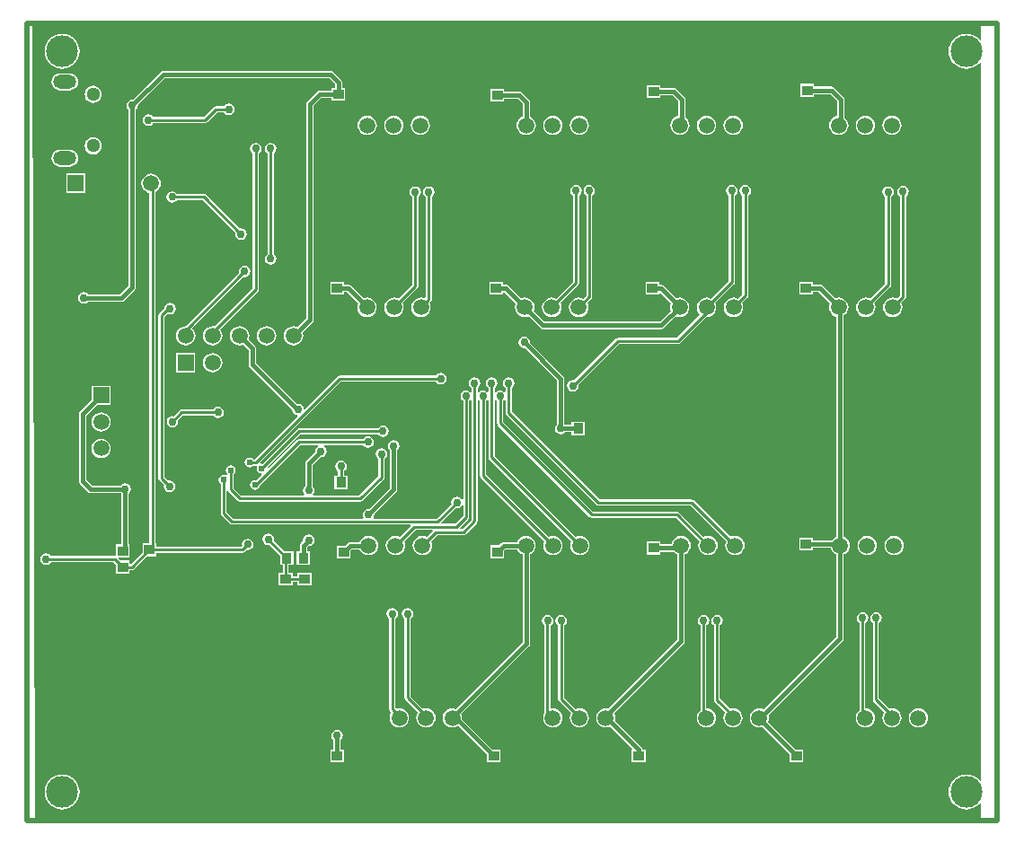
<source format=gbl>
G04*
G04 #@! TF.GenerationSoftware,Altium Limited,Altium Designer,18.1.9 (240)*
G04*
G04 Layer_Physical_Order=2*
G04 Layer_Color=16711680*
%FSLAX24Y24*%
%MOIN*%
G70*
G01*
G75*
%ADD13C,0.0100*%
%ADD20C,0.0200*%
%ADD22R,0.0386X0.0366*%
%ADD24R,0.0366X0.0386*%
%ADD61C,0.0150*%
%ADD62C,0.0591*%
%ADD63R,0.0591X0.0591*%
%ADD64R,0.0591X0.0591*%
%ADD65C,0.1181*%
%ADD66C,0.0512*%
%ADD67O,0.0866X0.0512*%
%ADD68C,0.0300*%
%ADD69C,0.0240*%
G36*
X35400Y28984D02*
X35350Y28966D01*
X35312Y29012D01*
X35213Y29094D01*
X35100Y29154D01*
X34978Y29191D01*
X34850Y29204D01*
X34722Y29191D01*
X34600Y29154D01*
X34487Y29094D01*
X34388Y29012D01*
X34306Y28913D01*
X34246Y28800D01*
X34209Y28678D01*
X34196Y28550D01*
X34209Y28422D01*
X34246Y28300D01*
X34306Y28187D01*
X34388Y28088D01*
X34487Y28006D01*
X34600Y27946D01*
X34722Y27909D01*
X34850Y27896D01*
X34978Y27909D01*
X35100Y27946D01*
X35213Y28006D01*
X35312Y28088D01*
X35350Y28134D01*
X35400Y28116D01*
Y1484D01*
X35350Y1466D01*
X35312Y1512D01*
X35213Y1594D01*
X35100Y1654D01*
X34978Y1691D01*
X34850Y1704D01*
X34722Y1691D01*
X34600Y1654D01*
X34487Y1594D01*
X34388Y1512D01*
X34306Y1413D01*
X34246Y1300D01*
X34209Y1178D01*
X34196Y1050D01*
X34209Y922D01*
X34246Y800D01*
X34306Y687D01*
X34388Y588D01*
X34487Y506D01*
X34600Y446D01*
X34722Y409D01*
X34850Y396D01*
X34978Y409D01*
X35100Y446D01*
X35213Y506D01*
X35312Y588D01*
X35350Y634D01*
X35400Y616D01*
Y50D01*
X298D01*
X202Y29565D01*
X238Y29600D01*
X35400D01*
Y28984D01*
D02*
G37*
%LPC*%
G36*
X1300Y29204D02*
X1172Y29191D01*
X1050Y29154D01*
X937Y29094D01*
X838Y29012D01*
X756Y28913D01*
X696Y28800D01*
X659Y28678D01*
X646Y28550D01*
X659Y28422D01*
X696Y28300D01*
X756Y28187D01*
X838Y28088D01*
X937Y28006D01*
X1050Y27946D01*
X1172Y27909D01*
X1300Y27896D01*
X1428Y27909D01*
X1550Y27946D01*
X1663Y28006D01*
X1762Y28088D01*
X1844Y28187D01*
X1904Y28300D01*
X1941Y28422D01*
X1954Y28550D01*
X1941Y28678D01*
X1904Y28800D01*
X1844Y28913D01*
X1762Y29012D01*
X1663Y29094D01*
X1550Y29154D01*
X1428Y29191D01*
X1300Y29204D01*
D02*
G37*
G36*
X1578Y27736D02*
X1224D01*
X1141Y27725D01*
X1065Y27693D01*
X999Y27643D01*
X948Y27577D01*
X916Y27500D01*
X905Y27417D01*
X916Y27335D01*
X948Y27258D01*
X999Y27192D01*
X1065Y27141D01*
X1141Y27110D01*
X1224Y27099D01*
X1578D01*
X1661Y27110D01*
X1738Y27141D01*
X1804Y27192D01*
X1854Y27258D01*
X1886Y27335D01*
X1897Y27417D01*
X1886Y27500D01*
X1854Y27577D01*
X1804Y27643D01*
X1738Y27693D01*
X1661Y27725D01*
X1578Y27736D01*
D02*
G37*
G36*
X5050Y27838D02*
X4997Y27827D01*
X4953Y27797D01*
X4953Y27797D01*
X3916Y26761D01*
X3900Y26764D01*
X3818Y26748D01*
X3749Y26701D01*
X3702Y26632D01*
X3686Y26550D01*
X3702Y26468D01*
X3749Y26399D01*
X3762Y26389D01*
Y19857D01*
X3437Y19531D01*
X2264D01*
X2255Y19545D01*
X2185Y19592D01*
X2103Y19608D01*
X2021Y19592D01*
X1952Y19545D01*
X1905Y19476D01*
X1889Y19394D01*
X1905Y19312D01*
X1952Y19242D01*
X2021Y19196D01*
X2103Y19180D01*
X2185Y19196D01*
X2255Y19242D01*
X2264Y19256D01*
X3494D01*
X3546Y19267D01*
X3591Y19296D01*
X3997Y19703D01*
X4027Y19747D01*
X4038Y19800D01*
Y26389D01*
X4051Y26399D01*
X4098Y26468D01*
X4114Y26550D01*
X4111Y26566D01*
X5107Y27562D01*
X11193D01*
X11412Y27343D01*
Y27195D01*
X11297D01*
Y27090D01*
X10852D01*
X10852Y27090D01*
X10799Y27079D01*
X10755Y27049D01*
X10390Y26684D01*
X10360Y26640D01*
X10349Y26587D01*
Y18647D01*
X10021Y18319D01*
X9980Y18337D01*
X9887Y18349D01*
X9794Y18337D01*
X9708Y18301D01*
X9634Y18244D01*
X9577Y18170D01*
X9541Y18083D01*
X9529Y17991D01*
X9541Y17898D01*
X9577Y17811D01*
X9634Y17737D01*
X9708Y17680D01*
X9794Y17644D01*
X9887Y17632D01*
X9980Y17644D01*
X10066Y17680D01*
X10141Y17737D01*
X10197Y17811D01*
X10233Y17898D01*
X10245Y17991D01*
X10233Y18083D01*
X10216Y18125D01*
X10584Y18493D01*
X10614Y18538D01*
X10625Y18590D01*
Y26530D01*
X10909Y26814D01*
X11297D01*
Y26709D01*
X11803D01*
Y27195D01*
X11688D01*
Y27400D01*
X11677Y27453D01*
X11647Y27497D01*
X11647Y27497D01*
X11347Y27797D01*
X11303Y27827D01*
X11250Y27838D01*
X5050D01*
X5050Y27838D01*
D02*
G37*
G36*
X2452Y27273D02*
X2370Y27263D01*
X2293Y27231D01*
X2227Y27180D01*
X2176Y27114D01*
X2145Y27037D01*
X2134Y26955D01*
X2145Y26872D01*
X2176Y26795D01*
X2227Y26729D01*
X2293Y26679D01*
X2370Y26647D01*
X2452Y26636D01*
X2535Y26647D01*
X2612Y26679D01*
X2678Y26729D01*
X2728Y26795D01*
X2760Y26872D01*
X2771Y26955D01*
X2760Y27037D01*
X2728Y27114D01*
X2678Y27180D01*
X2612Y27231D01*
X2535Y27263D01*
X2452Y27273D01*
D02*
G37*
G36*
X7488Y26614D02*
X7406Y26598D01*
X7336Y26551D01*
X7310Y26512D01*
X7000D01*
X7000Y26512D01*
X6957Y26504D01*
X6921Y26479D01*
X6921Y26479D01*
X6554Y26112D01*
X4678D01*
X4651Y26151D01*
X4582Y26198D01*
X4500Y26214D01*
X4418Y26198D01*
X4349Y26151D01*
X4302Y26082D01*
X4286Y26000D01*
X4302Y25918D01*
X4349Y25849D01*
X4418Y25802D01*
X4500Y25786D01*
X4582Y25802D01*
X4651Y25849D01*
X4678Y25888D01*
X6600D01*
X6600Y25888D01*
X6643Y25896D01*
X6679Y25921D01*
X7046Y26288D01*
X7310D01*
X7336Y26249D01*
X7406Y26202D01*
X7488Y26186D01*
X7570Y26202D01*
X7639Y26249D01*
X7686Y26318D01*
X7702Y26400D01*
X7686Y26482D01*
X7639Y26551D01*
X7570Y26598D01*
X7488Y26614D01*
D02*
G37*
G36*
X32092Y26157D02*
X31999Y26145D01*
X31913Y26109D01*
X31839Y26052D01*
X31782Y25978D01*
X31746Y25892D01*
X31734Y25799D01*
X31746Y25706D01*
X31782Y25620D01*
X31839Y25545D01*
X31913Y25488D01*
X31999Y25453D01*
X32092Y25440D01*
X32185Y25453D01*
X32271Y25488D01*
X32346Y25545D01*
X32402Y25620D01*
X32438Y25706D01*
X32450Y25799D01*
X32438Y25892D01*
X32402Y25978D01*
X32346Y26052D01*
X32271Y26109D01*
X32185Y26145D01*
X32092Y26157D01*
D02*
G37*
G36*
X31108D02*
X31015Y26145D01*
X30929Y26109D01*
X30854Y26052D01*
X30798Y25978D01*
X30762Y25892D01*
X30750Y25799D01*
X30762Y25706D01*
X30798Y25620D01*
X30854Y25545D01*
X30929Y25488D01*
X31015Y25453D01*
X31108Y25440D01*
X31201Y25453D01*
X31287Y25488D01*
X31361Y25545D01*
X31418Y25620D01*
X31454Y25706D01*
X31466Y25799D01*
X31454Y25892D01*
X31418Y25978D01*
X31361Y26052D01*
X31287Y26109D01*
X31201Y26145D01*
X31108Y26157D01*
D02*
G37*
G36*
X29203Y27345D02*
X28697D01*
Y26859D01*
X29203D01*
Y26964D01*
X29793D01*
X30051Y26706D01*
Y26148D01*
X30031Y26145D01*
X29944Y26109D01*
X29870Y26052D01*
X29813Y25978D01*
X29777Y25892D01*
X29765Y25799D01*
X29777Y25706D01*
X29813Y25620D01*
X29870Y25545D01*
X29944Y25488D01*
X30031Y25453D01*
X30124Y25440D01*
X30216Y25453D01*
X30303Y25488D01*
X30377Y25545D01*
X30434Y25620D01*
X30470Y25706D01*
X30482Y25799D01*
X30470Y25892D01*
X30434Y25978D01*
X30377Y26052D01*
X30327Y26091D01*
Y26763D01*
X30316Y26816D01*
X30286Y26860D01*
X29947Y27199D01*
X29903Y27229D01*
X29850Y27240D01*
X29203D01*
Y27345D01*
D02*
G37*
G36*
X26200Y26157D02*
X26107Y26145D01*
X26021Y26109D01*
X25947Y26052D01*
X25890Y25978D01*
X25854Y25892D01*
X25842Y25799D01*
X25854Y25706D01*
X25890Y25620D01*
X25947Y25545D01*
X26021Y25488D01*
X26107Y25453D01*
X26200Y25440D01*
X26293Y25453D01*
X26379Y25488D01*
X26453Y25545D01*
X26510Y25620D01*
X26546Y25706D01*
X26558Y25799D01*
X26546Y25892D01*
X26510Y25978D01*
X26453Y26052D01*
X26379Y26109D01*
X26293Y26145D01*
X26200Y26157D01*
D02*
G37*
G36*
X25216D02*
X25123Y26145D01*
X25037Y26109D01*
X24962Y26052D01*
X24905Y25978D01*
X24870Y25892D01*
X24857Y25799D01*
X24870Y25706D01*
X24905Y25620D01*
X24962Y25545D01*
X25037Y25488D01*
X25123Y25453D01*
X25216Y25440D01*
X25308Y25453D01*
X25395Y25488D01*
X25469Y25545D01*
X25526Y25620D01*
X25562Y25706D01*
X25574Y25799D01*
X25562Y25892D01*
X25526Y25978D01*
X25469Y26052D01*
X25395Y26109D01*
X25308Y26145D01*
X25216Y26157D01*
D02*
G37*
G36*
X23503Y27298D02*
X22997D01*
Y26812D01*
X23503D01*
Y26917D01*
X23943D01*
X24147Y26713D01*
Y26146D01*
X24139Y26145D01*
X24052Y26109D01*
X23978Y26052D01*
X23921Y25978D01*
X23885Y25892D01*
X23873Y25799D01*
X23885Y25706D01*
X23921Y25620D01*
X23978Y25545D01*
X24052Y25488D01*
X24139Y25453D01*
X24232Y25440D01*
X24324Y25453D01*
X24411Y25488D01*
X24485Y25545D01*
X24542Y25620D01*
X24578Y25706D01*
X24590Y25799D01*
X24578Y25892D01*
X24542Y25978D01*
X24485Y26052D01*
X24423Y26100D01*
Y26770D01*
X24423Y26770D01*
X24412Y26823D01*
X24382Y26867D01*
X24097Y27152D01*
X24053Y27182D01*
X24000Y27193D01*
X23503D01*
Y27298D01*
D02*
G37*
G36*
X20492Y26157D02*
X20399Y26145D01*
X20313Y26109D01*
X20239Y26052D01*
X20182Y25978D01*
X20146Y25892D01*
X20134Y25799D01*
X20146Y25706D01*
X20182Y25620D01*
X20239Y25545D01*
X20313Y25488D01*
X20399Y25453D01*
X20492Y25440D01*
X20585Y25453D01*
X20671Y25488D01*
X20746Y25545D01*
X20802Y25620D01*
X20838Y25706D01*
X20850Y25799D01*
X20838Y25892D01*
X20802Y25978D01*
X20746Y26052D01*
X20671Y26109D01*
X20585Y26145D01*
X20492Y26157D01*
D02*
G37*
G36*
X19508D02*
X19415Y26145D01*
X19329Y26109D01*
X19254Y26052D01*
X19198Y25978D01*
X19162Y25892D01*
X19150Y25799D01*
X19162Y25706D01*
X19198Y25620D01*
X19254Y25545D01*
X19329Y25488D01*
X19415Y25453D01*
X19508Y25440D01*
X19601Y25453D01*
X19687Y25488D01*
X19761Y25545D01*
X19818Y25620D01*
X19854Y25706D01*
X19866Y25799D01*
X19854Y25892D01*
X19818Y25978D01*
X19761Y26052D01*
X19687Y26109D01*
X19601Y26145D01*
X19508Y26157D01*
D02*
G37*
G36*
X17703Y27171D02*
X17197D01*
Y26684D01*
X17703D01*
Y26790D01*
X18215D01*
X18398Y26607D01*
Y26131D01*
X18344Y26109D01*
X18270Y26052D01*
X18213Y25978D01*
X18177Y25892D01*
X18165Y25799D01*
X18177Y25706D01*
X18213Y25620D01*
X18270Y25545D01*
X18344Y25488D01*
X18431Y25453D01*
X18524Y25440D01*
X18616Y25453D01*
X18703Y25488D01*
X18777Y25545D01*
X18834Y25620D01*
X18870Y25706D01*
X18882Y25799D01*
X18870Y25892D01*
X18834Y25978D01*
X18777Y26052D01*
X18703Y26109D01*
X18674Y26121D01*
Y26664D01*
X18663Y26717D01*
X18633Y26761D01*
X18633Y26761D01*
X18370Y27025D01*
X18325Y27055D01*
X18272Y27065D01*
X17703D01*
Y27171D01*
D02*
G37*
G36*
X14592Y26157D02*
X14499Y26145D01*
X14413Y26109D01*
X14339Y26052D01*
X14282Y25978D01*
X14246Y25892D01*
X14234Y25799D01*
X14246Y25706D01*
X14282Y25620D01*
X14339Y25545D01*
X14413Y25488D01*
X14499Y25453D01*
X14592Y25440D01*
X14685Y25453D01*
X14771Y25488D01*
X14846Y25545D01*
X14902Y25620D01*
X14938Y25706D01*
X14950Y25799D01*
X14938Y25892D01*
X14902Y25978D01*
X14846Y26052D01*
X14771Y26109D01*
X14685Y26145D01*
X14592Y26157D01*
D02*
G37*
G36*
X13608D02*
X13515Y26145D01*
X13429Y26109D01*
X13354Y26052D01*
X13298Y25978D01*
X13262Y25892D01*
X13250Y25799D01*
X13262Y25706D01*
X13298Y25620D01*
X13354Y25545D01*
X13429Y25488D01*
X13515Y25453D01*
X13608Y25440D01*
X13701Y25453D01*
X13787Y25488D01*
X13861Y25545D01*
X13918Y25620D01*
X13954Y25706D01*
X13966Y25799D01*
X13954Y25892D01*
X13918Y25978D01*
X13861Y26052D01*
X13787Y26109D01*
X13701Y26145D01*
X13608Y26157D01*
D02*
G37*
G36*
X12624D02*
X12531Y26145D01*
X12444Y26109D01*
X12370Y26052D01*
X12313Y25978D01*
X12277Y25892D01*
X12265Y25799D01*
X12277Y25706D01*
X12313Y25620D01*
X12370Y25545D01*
X12444Y25488D01*
X12531Y25453D01*
X12624Y25440D01*
X12716Y25453D01*
X12803Y25488D01*
X12877Y25545D01*
X12934Y25620D01*
X12970Y25706D01*
X12982Y25799D01*
X12970Y25892D01*
X12934Y25978D01*
X12877Y26052D01*
X12803Y26109D01*
X12716Y26145D01*
X12624Y26157D01*
D02*
G37*
G36*
X2452Y25364D02*
X2370Y25353D01*
X2293Y25321D01*
X2227Y25271D01*
X2176Y25205D01*
X2145Y25128D01*
X2134Y25045D01*
X2145Y24963D01*
X2176Y24886D01*
X2227Y24820D01*
X2293Y24769D01*
X2370Y24738D01*
X2452Y24727D01*
X2535Y24738D01*
X2612Y24769D01*
X2678Y24820D01*
X2728Y24886D01*
X2760Y24963D01*
X2771Y25045D01*
X2760Y25128D01*
X2728Y25205D01*
X2678Y25271D01*
X2612Y25321D01*
X2535Y25353D01*
X2452Y25364D01*
D02*
G37*
G36*
X1578Y24901D02*
X1224D01*
X1141Y24890D01*
X1065Y24859D01*
X999Y24808D01*
X948Y24742D01*
X916Y24665D01*
X905Y24583D01*
X916Y24500D01*
X948Y24423D01*
X999Y24357D01*
X1065Y24307D01*
X1141Y24275D01*
X1224Y24264D01*
X1578D01*
X1661Y24275D01*
X1738Y24307D01*
X1804Y24357D01*
X1854Y24423D01*
X1886Y24500D01*
X1897Y24583D01*
X1886Y24665D01*
X1854Y24742D01*
X1804Y24808D01*
X1738Y24859D01*
X1661Y24890D01*
X1578Y24901D01*
D02*
G37*
G36*
X2161Y24005D02*
X1450D01*
Y23295D01*
X2161D01*
Y24005D01*
D02*
G37*
G36*
X5387Y23355D02*
X5305Y23338D01*
X5236Y23292D01*
X5189Y23222D01*
X5173Y23141D01*
X5189Y23059D01*
X5236Y22989D01*
X5305Y22943D01*
X5387Y22926D01*
X5469Y22943D01*
X5539Y22989D01*
X5565Y23028D01*
X6520D01*
X7735Y21813D01*
X7726Y21767D01*
X7742Y21685D01*
X7789Y21615D01*
X7858Y21569D01*
X7940Y21553D01*
X8022Y21569D01*
X8092Y21615D01*
X8138Y21685D01*
X8154Y21767D01*
X8138Y21849D01*
X8092Y21918D01*
X8022Y21964D01*
X7940Y21981D01*
X7894Y21972D01*
X6646Y23220D01*
X6609Y23244D01*
X6566Y23253D01*
X6566Y23253D01*
X5565D01*
X5539Y23292D01*
X5469Y23338D01*
X5387Y23355D01*
D02*
G37*
G36*
X9037Y25155D02*
X8955Y25138D01*
X8886Y25092D01*
X8839Y25022D01*
X8823Y24941D01*
X8839Y24859D01*
X8886Y24789D01*
X8925Y24763D01*
Y21028D01*
X8886Y21001D01*
X8839Y20932D01*
X8823Y20850D01*
X8839Y20768D01*
X8886Y20699D01*
X8955Y20652D01*
X9037Y20636D01*
X9119Y20652D01*
X9189Y20699D01*
X9235Y20768D01*
X9251Y20850D01*
X9235Y20932D01*
X9189Y21001D01*
X9149Y21028D01*
Y24763D01*
X9189Y24789D01*
X9235Y24859D01*
X9251Y24941D01*
X9235Y25022D01*
X9189Y25092D01*
X9119Y25138D01*
X9037Y25155D01*
D02*
G37*
G36*
X8075Y20591D02*
X7993Y20574D01*
X7923Y20528D01*
X7877Y20459D01*
X7861Y20377D01*
X7870Y20330D01*
X5888Y18349D01*
X5887Y18349D01*
X5794Y18337D01*
X5708Y18301D01*
X5634Y18244D01*
X5577Y18170D01*
X5541Y18083D01*
X5529Y17991D01*
X5541Y17898D01*
X5577Y17811D01*
X5634Y17737D01*
X5708Y17680D01*
X5794Y17644D01*
X5887Y17632D01*
X5980Y17644D01*
X6066Y17680D01*
X6141Y17737D01*
X6197Y17811D01*
X6233Y17898D01*
X6245Y17991D01*
X6233Y18083D01*
X6197Y18170D01*
X6141Y18244D01*
X6138Y18281D01*
X8028Y20172D01*
X8075Y20162D01*
X8157Y20179D01*
X8226Y20225D01*
X8272Y20295D01*
X8289Y20377D01*
X8272Y20459D01*
X8226Y20528D01*
X8157Y20574D01*
X8075Y20591D01*
D02*
G37*
G36*
X14900Y23538D02*
X14818Y23522D01*
X14749Y23475D01*
X14702Y23406D01*
X14686Y23324D01*
X14702Y23242D01*
X14749Y23172D01*
X14788Y23146D01*
Y19418D01*
X14738Y19384D01*
X14712Y19395D01*
X14619Y19407D01*
X14527Y19395D01*
X14440Y19359D01*
X14366Y19302D01*
X14309Y19228D01*
X14273Y19142D01*
X14261Y19049D01*
X14273Y18956D01*
X14309Y18870D01*
X14366Y18795D01*
X14440Y18738D01*
X14527Y18703D01*
X14619Y18690D01*
X14712Y18703D01*
X14799Y18738D01*
X14873Y18795D01*
X14930Y18870D01*
X14966Y18956D01*
X14978Y19049D01*
X14966Y19142D01*
X14938Y19209D01*
X14979Y19250D01*
X14979Y19250D01*
X15004Y19286D01*
X15012Y19329D01*
Y23146D01*
X15051Y23172D01*
X15098Y23242D01*
X15114Y23324D01*
X15098Y23406D01*
X15051Y23475D01*
X14982Y23522D01*
X14900Y23538D01*
D02*
G37*
G36*
X20375Y23588D02*
X20293Y23572D01*
X20223Y23525D01*
X20177Y23456D01*
X20161Y23374D01*
X20177Y23292D01*
X20223Y23222D01*
X20263Y23196D01*
Y20001D01*
X19629Y19367D01*
X19562Y19395D01*
X19469Y19407D01*
X19377Y19395D01*
X19290Y19359D01*
X19216Y19302D01*
X19159Y19228D01*
X19123Y19142D01*
X19111Y19049D01*
X19123Y18956D01*
X19159Y18870D01*
X19216Y18795D01*
X19290Y18738D01*
X19377Y18703D01*
X19469Y18690D01*
X19562Y18703D01*
X19648Y18738D01*
X19723Y18795D01*
X19780Y18870D01*
X19815Y18956D01*
X19828Y19049D01*
X19815Y19142D01*
X19788Y19209D01*
X20454Y19875D01*
X20454Y19875D01*
X20478Y19911D01*
X20487Y19954D01*
Y23196D01*
X20526Y23222D01*
X20573Y23292D01*
X20589Y23374D01*
X20573Y23456D01*
X20526Y23525D01*
X20457Y23572D01*
X20375Y23588D01*
D02*
G37*
G36*
X31950Y23538D02*
X31868Y23522D01*
X31799Y23475D01*
X31752Y23406D01*
X31736Y23324D01*
X31752Y23242D01*
X31799Y23172D01*
X31838Y23146D01*
Y19923D01*
X31282Y19367D01*
X31215Y19395D01*
X31122Y19407D01*
X31030Y19395D01*
X30943Y19359D01*
X30869Y19302D01*
X30812Y19228D01*
X30776Y19142D01*
X30764Y19049D01*
X30776Y18956D01*
X30812Y18870D01*
X30869Y18795D01*
X30943Y18738D01*
X31030Y18703D01*
X31122Y18690D01*
X31215Y18703D01*
X31302Y18738D01*
X31376Y18795D01*
X31433Y18870D01*
X31469Y18956D01*
X31481Y19049D01*
X31469Y19142D01*
X31441Y19209D01*
X32029Y19797D01*
X32029Y19797D01*
X32054Y19833D01*
X32062Y19876D01*
X32062Y19876D01*
Y23146D01*
X32101Y23172D01*
X32148Y23242D01*
X32164Y23324D01*
X32148Y23406D01*
X32101Y23475D01*
X32032Y23522D01*
X31950Y23538D01*
D02*
G37*
G36*
X20859Y23588D02*
X20777Y23572D01*
X20708Y23525D01*
X20661Y23456D01*
X20645Y23374D01*
X20661Y23292D01*
X20708Y23222D01*
X20747Y23196D01*
Y19485D01*
X20629Y19367D01*
X20562Y19395D01*
X20469Y19407D01*
X20377Y19395D01*
X20290Y19359D01*
X20216Y19302D01*
X20159Y19228D01*
X20123Y19142D01*
X20111Y19049D01*
X20123Y18956D01*
X20159Y18870D01*
X20216Y18795D01*
X20290Y18738D01*
X20377Y18703D01*
X20469Y18690D01*
X20562Y18703D01*
X20648Y18738D01*
X20723Y18795D01*
X20780Y18870D01*
X20815Y18956D01*
X20828Y19049D01*
X20815Y19142D01*
X20788Y19209D01*
X20938Y19359D01*
X20938Y19359D01*
X20963Y19396D01*
X20971Y19439D01*
Y23196D01*
X21010Y23222D01*
X21057Y23292D01*
X21073Y23374D01*
X21057Y23456D01*
X21010Y23525D01*
X20941Y23572D01*
X20859Y23588D01*
D02*
G37*
G36*
X32501Y23563D02*
X32419Y23547D01*
X32350Y23500D01*
X32303Y23431D01*
X32287Y23349D01*
X32303Y23267D01*
X32350Y23197D01*
X32389Y23171D01*
Y19474D01*
X32282Y19367D01*
X32215Y19395D01*
X32122Y19407D01*
X32030Y19395D01*
X31943Y19359D01*
X31869Y19302D01*
X31812Y19228D01*
X31776Y19142D01*
X31764Y19049D01*
X31776Y18956D01*
X31812Y18870D01*
X31869Y18795D01*
X31943Y18738D01*
X32030Y18703D01*
X32122Y18690D01*
X32215Y18703D01*
X32302Y18738D01*
X32376Y18795D01*
X32433Y18870D01*
X32469Y18956D01*
X32481Y19049D01*
X32469Y19142D01*
X32441Y19209D01*
X32581Y19348D01*
X32581Y19348D01*
X32605Y19385D01*
X32613Y19428D01*
X32613Y19428D01*
Y23171D01*
X32653Y23197D01*
X32699Y23267D01*
X32715Y23349D01*
X32699Y23431D01*
X32653Y23500D01*
X32583Y23547D01*
X32501Y23563D01*
D02*
G37*
G36*
X26150Y23588D02*
X26068Y23572D01*
X25999Y23525D01*
X25952Y23456D01*
X25936Y23374D01*
X25952Y23292D01*
X25999Y23222D01*
X26038Y23196D01*
Y20027D01*
X25378Y19367D01*
X25311Y19395D01*
X25219Y19407D01*
X25126Y19395D01*
X25039Y19359D01*
X24965Y19302D01*
X24908Y19228D01*
X24872Y19142D01*
X24860Y19049D01*
X24872Y18956D01*
X24908Y18870D01*
X24965Y18795D01*
X24966Y18775D01*
X24104Y17912D01*
X21923D01*
X21923Y17912D01*
X21880Y17904D01*
X21844Y17879D01*
X21844Y17879D01*
X20296Y16332D01*
X20250Y16341D01*
X20168Y16325D01*
X20099Y16278D01*
X20052Y16209D01*
X20036Y16127D01*
X20052Y16045D01*
X20099Y15975D01*
X20168Y15929D01*
X20250Y15913D01*
X20332Y15929D01*
X20401Y15975D01*
X20448Y16045D01*
X20464Y16127D01*
X20455Y16173D01*
X21970Y17688D01*
X24150D01*
X24150Y17688D01*
X24193Y17696D01*
X24229Y17721D01*
X25201Y18693D01*
X25219Y18690D01*
X25311Y18703D01*
X25398Y18738D01*
X25472Y18795D01*
X25529Y18870D01*
X25565Y18956D01*
X25577Y19049D01*
X25565Y19142D01*
X25537Y19209D01*
X26229Y19901D01*
X26229Y19901D01*
X26254Y19937D01*
X26262Y19980D01*
Y23196D01*
X26301Y23222D01*
X26348Y23292D01*
X26364Y23374D01*
X26348Y23456D01*
X26301Y23525D01*
X26232Y23572D01*
X26150Y23588D01*
D02*
G37*
G36*
X14400Y23538D02*
X14318Y23522D01*
X14249Y23475D01*
X14202Y23406D01*
X14186Y23324D01*
X14202Y23242D01*
X14249Y23172D01*
X14288Y23146D01*
Y19876D01*
X13779Y19367D01*
X13712Y19395D01*
X13619Y19407D01*
X13527Y19395D01*
X13440Y19359D01*
X13366Y19302D01*
X13309Y19228D01*
X13273Y19142D01*
X13261Y19049D01*
X13273Y18956D01*
X13309Y18870D01*
X13366Y18795D01*
X13440Y18738D01*
X13527Y18703D01*
X13619Y18690D01*
X13712Y18703D01*
X13799Y18738D01*
X13873Y18795D01*
X13930Y18870D01*
X13966Y18956D01*
X13978Y19049D01*
X13966Y19142D01*
X13938Y19209D01*
X14479Y19750D01*
X14479Y19750D01*
X14504Y19786D01*
X14512Y19829D01*
Y23146D01*
X14551Y23172D01*
X14598Y23242D01*
X14614Y23324D01*
X14598Y23406D01*
X14551Y23475D01*
X14482Y23522D01*
X14400Y23538D01*
D02*
G37*
G36*
X26650Y23588D02*
X26568Y23572D01*
X26499Y23525D01*
X26452Y23456D01*
X26436Y23374D01*
X26452Y23292D01*
X26499Y23222D01*
X26538Y23196D01*
Y19527D01*
X26378Y19367D01*
X26311Y19395D01*
X26219Y19407D01*
X26126Y19395D01*
X26039Y19359D01*
X25965Y19302D01*
X25908Y19228D01*
X25872Y19142D01*
X25860Y19049D01*
X25872Y18956D01*
X25908Y18870D01*
X25965Y18795D01*
X26039Y18738D01*
X26126Y18703D01*
X26219Y18690D01*
X26311Y18703D01*
X26398Y18738D01*
X26472Y18795D01*
X26529Y18870D01*
X26565Y18956D01*
X26577Y19049D01*
X26565Y19142D01*
X26537Y19209D01*
X26729Y19401D01*
X26729Y19401D01*
X26754Y19437D01*
X26762Y19480D01*
X26762Y19480D01*
Y23196D01*
X26801Y23222D01*
X26848Y23292D01*
X26864Y23374D01*
X26848Y23456D01*
X26801Y23525D01*
X26732Y23572D01*
X26650Y23588D01*
D02*
G37*
G36*
X5303Y19208D02*
X5221Y19192D01*
X5152Y19145D01*
X5105Y19076D01*
X5091Y19003D01*
X4908Y18820D01*
X4884Y18783D01*
X4875Y18741D01*
X4875Y18741D01*
Y12695D01*
X4875Y12695D01*
X4884Y12652D01*
X4908Y12616D01*
X5082Y12442D01*
X5073Y12395D01*
X5089Y12313D01*
X5136Y12244D01*
X5205Y12197D01*
X5287Y12181D01*
X5369Y12197D01*
X5439Y12244D01*
X5485Y12313D01*
X5501Y12395D01*
X5485Y12477D01*
X5439Y12547D01*
X5369Y12593D01*
X5287Y12609D01*
X5241Y12600D01*
X5099Y12742D01*
Y18694D01*
X5209Y18804D01*
X5221Y18796D01*
X5303Y18780D01*
X5385Y18796D01*
X5455Y18842D01*
X5501Y18912D01*
X5517Y18994D01*
X5501Y19076D01*
X5455Y19145D01*
X5385Y19192D01*
X5303Y19208D01*
D02*
G37*
G36*
X11753Y19998D02*
X11247D01*
Y19512D01*
X11753D01*
Y19617D01*
X11856D01*
X12291Y19183D01*
X12273Y19142D01*
X12261Y19049D01*
X12273Y18956D01*
X12309Y18870D01*
X12366Y18795D01*
X12440Y18738D01*
X12527Y18703D01*
X12619Y18690D01*
X12712Y18703D01*
X12799Y18738D01*
X12873Y18795D01*
X12930Y18870D01*
X12966Y18956D01*
X12978Y19049D01*
X12966Y19142D01*
X12930Y19228D01*
X12873Y19302D01*
X12799Y19359D01*
X12712Y19395D01*
X12619Y19407D01*
X12527Y19395D01*
X12485Y19378D01*
X12010Y19852D01*
X11966Y19882D01*
X11913Y19893D01*
X11753D01*
Y19998D01*
D02*
G37*
G36*
X23453D02*
X22947D01*
Y19512D01*
X23453D01*
Y19549D01*
X23503Y19570D01*
X23890Y19183D01*
X23872Y19142D01*
X23860Y19049D01*
X23872Y18956D01*
X23890Y18915D01*
X23486Y18511D01*
X19201D01*
X18798Y18915D01*
X18815Y18956D01*
X18828Y19049D01*
X18815Y19142D01*
X18780Y19228D01*
X18723Y19302D01*
X18648Y19359D01*
X18562Y19395D01*
X18469Y19407D01*
X18377Y19395D01*
X18335Y19378D01*
X17860Y19852D01*
X17816Y19882D01*
X17763Y19893D01*
X17653D01*
Y19998D01*
X17147D01*
Y19512D01*
X17653D01*
Y19617D01*
X17706D01*
X18140Y19183D01*
X18123Y19142D01*
X18111Y19049D01*
X18123Y18956D01*
X18159Y18870D01*
X18216Y18795D01*
X18290Y18738D01*
X18377Y18703D01*
X18469Y18690D01*
X18562Y18703D01*
X18604Y18720D01*
X19047Y18276D01*
X19092Y18247D01*
X19144Y18236D01*
X23544D01*
X23596Y18247D01*
X23641Y18276D01*
X24084Y18720D01*
X24126Y18703D01*
X24219Y18690D01*
X24311Y18703D01*
X24398Y18738D01*
X24472Y18795D01*
X24529Y18870D01*
X24565Y18956D01*
X24577Y19049D01*
X24565Y19142D01*
X24529Y19228D01*
X24472Y19302D01*
X24398Y19359D01*
X24311Y19395D01*
X24219Y19407D01*
X24126Y19395D01*
X24084Y19378D01*
X23610Y19852D01*
X23565Y19882D01*
X23512Y19893D01*
X23453D01*
Y19998D01*
D02*
G37*
G36*
X8487Y25155D02*
X8405Y25138D01*
X8336Y25092D01*
X8289Y25022D01*
X8273Y24941D01*
X8289Y24859D01*
X8336Y24789D01*
X8375Y24763D01*
Y19755D01*
X6959Y18339D01*
X6887Y18349D01*
X6794Y18337D01*
X6708Y18301D01*
X6634Y18244D01*
X6577Y18170D01*
X6541Y18083D01*
X6529Y17991D01*
X6541Y17898D01*
X6577Y17811D01*
X6634Y17737D01*
X6708Y17680D01*
X6794Y17644D01*
X6887Y17632D01*
X6980Y17644D01*
X7066Y17680D01*
X7141Y17737D01*
X7197Y17811D01*
X7233Y17898D01*
X7245Y17991D01*
X7233Y18083D01*
X7197Y18170D01*
X7158Y18221D01*
X8566Y19629D01*
X8566Y19629D01*
X8591Y19666D01*
X8599Y19709D01*
X8599Y19709D01*
Y24763D01*
X8639Y24789D01*
X8685Y24859D01*
X8701Y24941D01*
X8685Y25022D01*
X8639Y25092D01*
X8569Y25138D01*
X8487Y25155D01*
D02*
G37*
G36*
X8887Y18349D02*
X8794Y18337D01*
X8708Y18301D01*
X8634Y18244D01*
X8577Y18170D01*
X8541Y18083D01*
X8529Y17991D01*
X8541Y17898D01*
X8577Y17811D01*
X8634Y17737D01*
X8708Y17680D01*
X8794Y17644D01*
X8887Y17632D01*
X8980Y17644D01*
X9066Y17680D01*
X9141Y17737D01*
X9197Y17811D01*
X9233Y17898D01*
X9245Y17991D01*
X9233Y18083D01*
X9197Y18170D01*
X9141Y18244D01*
X9066Y18301D01*
X8980Y18337D01*
X8887Y18349D01*
D02*
G37*
G36*
X6242Y17346D02*
X5532D01*
Y16635D01*
X6242D01*
Y17346D01*
D02*
G37*
G36*
X6887Y17349D02*
X6794Y17337D01*
X6708Y17301D01*
X6634Y17244D01*
X6577Y17170D01*
X6541Y17083D01*
X6529Y16991D01*
X6541Y16898D01*
X6577Y16811D01*
X6634Y16737D01*
X6708Y16680D01*
X6794Y16644D01*
X6887Y16632D01*
X6980Y16644D01*
X7066Y16680D01*
X7141Y16737D01*
X7197Y16811D01*
X7233Y16898D01*
X7245Y16991D01*
X7233Y17083D01*
X7197Y17170D01*
X7141Y17244D01*
X7066Y17301D01*
X6980Y17337D01*
X6887Y17349D01*
D02*
G37*
G36*
X7090Y15358D02*
X7008Y15341D01*
X6939Y15295D01*
X6913Y15256D01*
X5744D01*
X5701Y15247D01*
X5664Y15223D01*
X5664Y15223D01*
X5440Y14999D01*
X5394Y15008D01*
X5312Y14992D01*
X5242Y14945D01*
X5196Y14876D01*
X5180Y14794D01*
X5196Y14712D01*
X5242Y14642D01*
X5312Y14596D01*
X5394Y14580D01*
X5476Y14596D01*
X5545Y14642D01*
X5592Y14712D01*
X5608Y14794D01*
X5599Y14840D01*
X5790Y15031D01*
X6913D01*
X6939Y14992D01*
X7008Y14946D01*
X7090Y14930D01*
X7172Y14946D01*
X7242Y14992D01*
X7288Y15062D01*
X7304Y15144D01*
X7288Y15226D01*
X7242Y15295D01*
X7172Y15341D01*
X7090Y15358D01*
D02*
G37*
G36*
X2750Y15150D02*
X2657Y15138D01*
X2571Y15102D01*
X2497Y15046D01*
X2440Y14971D01*
X2404Y14885D01*
X2392Y14792D01*
X2404Y14699D01*
X2440Y14613D01*
X2497Y14539D01*
X2571Y14482D01*
X2657Y14446D01*
X2750Y14434D01*
X2843Y14446D01*
X2929Y14482D01*
X3003Y14539D01*
X3060Y14613D01*
X3096Y14699D01*
X3108Y14792D01*
X3096Y14885D01*
X3060Y14971D01*
X3003Y15046D01*
X2929Y15102D01*
X2843Y15138D01*
X2750Y15150D01*
D02*
G37*
G36*
X18450Y17964D02*
X18368Y17948D01*
X18299Y17901D01*
X18252Y17832D01*
X18236Y17750D01*
X18252Y17668D01*
X18299Y17599D01*
X18368Y17552D01*
X18450Y17536D01*
X18466Y17539D01*
X19662Y16343D01*
Y14711D01*
X19649Y14701D01*
X19602Y14632D01*
X19586Y14550D01*
X19602Y14468D01*
X19649Y14399D01*
X19718Y14352D01*
X19800Y14336D01*
X19882Y14352D01*
X19951Y14399D01*
X19961Y14412D01*
X20204D01*
Y14297D01*
X20690D01*
Y14803D01*
X20204D01*
Y14688D01*
X19961D01*
X19951Y14701D01*
X19938Y14711D01*
Y16400D01*
X19927Y16453D01*
X19897Y16497D01*
X19897Y16497D01*
X18661Y17734D01*
X18664Y17750D01*
X18648Y17832D01*
X18601Y17901D01*
X18532Y17948D01*
X18450Y17964D01*
D02*
G37*
G36*
X2750Y14166D02*
X2657Y14154D01*
X2571Y14118D01*
X2497Y14061D01*
X2440Y13987D01*
X2404Y13901D01*
X2392Y13808D01*
X2404Y13715D01*
X2440Y13629D01*
X2497Y13554D01*
X2571Y13498D01*
X2657Y13462D01*
X2750Y13450D01*
X2843Y13462D01*
X2929Y13498D01*
X3003Y13554D01*
X3060Y13629D01*
X3096Y13715D01*
X3108Y13808D01*
X3096Y13901D01*
X3060Y13987D01*
X3003Y14061D01*
X2929Y14118D01*
X2843Y14154D01*
X2750Y14166D01*
D02*
G37*
G36*
X11650Y13364D02*
X11568Y13348D01*
X11499Y13301D01*
X11452Y13232D01*
X11436Y13150D01*
X11452Y13068D01*
X11499Y12999D01*
X11541Y12970D01*
Y12803D01*
X11410D01*
Y12297D01*
X11896D01*
Y12803D01*
X11765D01*
Y12974D01*
X11801Y12999D01*
X11848Y13068D01*
X11864Y13150D01*
X11848Y13232D01*
X11801Y13301D01*
X11732Y13348D01*
X11650Y13364D01*
D02*
G37*
G36*
X29153Y19998D02*
X28647D01*
Y19512D01*
X29153D01*
Y19617D01*
X29359D01*
X29794Y19183D01*
X29776Y19142D01*
X29764Y19049D01*
X29776Y18956D01*
X29812Y18870D01*
X29869Y18795D01*
X29943Y18738D01*
X30030Y18703D01*
X30033Y18702D01*
Y10528D01*
X29991Y10510D01*
X29917Y10453D01*
X29869Y10391D01*
X29151D01*
Y10496D01*
X28645D01*
Y10010D01*
X29151D01*
Y10116D01*
X29823D01*
X29824Y10107D01*
X29860Y10021D01*
X29917Y9947D01*
X29991Y9890D01*
X30033Y9872D01*
Y6807D01*
X27342Y4116D01*
X27269Y4146D01*
X27176Y4158D01*
X27084Y4146D01*
X26997Y4110D01*
X26923Y4053D01*
X26866Y3979D01*
X26830Y3893D01*
X26818Y3800D01*
X26830Y3707D01*
X26866Y3621D01*
X26923Y3547D01*
X26997Y3490D01*
X27084Y3454D01*
X27176Y3442D01*
X27269Y3454D01*
X27284Y3460D01*
X28293Y2451D01*
Y2150D01*
X28799D01*
Y2636D01*
X28498D01*
X27494Y3639D01*
X27523Y3707D01*
X27535Y3800D01*
X27523Y3893D01*
X27518Y3903D01*
X30268Y6653D01*
X30298Y6697D01*
X30308Y6750D01*
Y9872D01*
X30350Y9890D01*
X30424Y9947D01*
X30481Y10021D01*
X30517Y10107D01*
X30529Y10200D01*
X30517Y10293D01*
X30481Y10379D01*
X30424Y10453D01*
X30350Y10510D01*
X30308Y10528D01*
Y18744D01*
X30376Y18795D01*
X30433Y18870D01*
X30469Y18956D01*
X30481Y19049D01*
X30469Y19142D01*
X30433Y19228D01*
X30376Y19302D01*
X30302Y19359D01*
X30215Y19395D01*
X30122Y19407D01*
X30030Y19395D01*
X29988Y19378D01*
X29513Y19852D01*
X29469Y19882D01*
X29416Y19893D01*
X29153D01*
Y19998D01*
D02*
G37*
G36*
X12669Y10558D02*
X12577Y10546D01*
X12490Y10510D01*
X12416Y10453D01*
X12359Y10379D01*
X12342Y10338D01*
X11995D01*
X11995Y10338D01*
X11942Y10327D01*
X11898Y10297D01*
X11898Y10297D01*
X11796Y10196D01*
X11495D01*
Y9710D01*
X12001D01*
Y10011D01*
X12052Y10062D01*
X12342D01*
X12359Y10021D01*
X12416Y9947D01*
X12490Y9890D01*
X12577Y9854D01*
X12669Y9842D01*
X12762Y9854D01*
X12848Y9890D01*
X12923Y9947D01*
X12980Y10021D01*
X13015Y10107D01*
X13028Y10200D01*
X13015Y10293D01*
X12980Y10379D01*
X12923Y10453D01*
X12848Y10510D01*
X12762Y10546D01*
X12669Y10558D01*
D02*
G37*
G36*
X24267D02*
X24174Y10546D01*
X24087Y10510D01*
X24013Y10453D01*
X23956Y10379D01*
X23920Y10293D01*
X23914Y10244D01*
X23501D01*
Y10349D01*
X22995D01*
Y9863D01*
X23501D01*
Y9969D01*
X23996D01*
X24013Y9947D01*
X24087Y9890D01*
X24129Y9872D01*
Y6706D01*
X21569Y4146D01*
X21476Y4158D01*
X21384Y4146D01*
X21297Y4110D01*
X21223Y4053D01*
X21166Y3979D01*
X21130Y3893D01*
X21118Y3800D01*
X21130Y3707D01*
X21166Y3621D01*
X21223Y3547D01*
X21297Y3490D01*
X21384Y3454D01*
X21476Y3442D01*
X21569Y3454D01*
X21640Y3483D01*
X22456Y2667D01*
X22443Y2636D01*
X22443D01*
Y2150D01*
X22949D01*
Y2636D01*
X22831D01*
X22823Y2674D01*
X22793Y2719D01*
X22793Y2719D01*
X21817Y3695D01*
X21823Y3707D01*
X21835Y3800D01*
X21823Y3893D01*
X21788Y3976D01*
X24364Y6552D01*
X24394Y6597D01*
X24404Y6649D01*
Y9872D01*
X24446Y9890D01*
X24520Y9947D01*
X24577Y10021D01*
X24613Y10107D01*
X24625Y10200D01*
X24613Y10293D01*
X24577Y10379D01*
X24520Y10453D01*
X24446Y10510D01*
X24359Y10546D01*
X24267Y10558D01*
D02*
G37*
G36*
X10450Y10614D02*
X10368Y10598D01*
X10299Y10551D01*
X10252Y10482D01*
X10236Y10400D01*
X10239Y10384D01*
X10153Y10297D01*
X10123Y10253D01*
X10112Y10200D01*
Y9990D01*
X10007D01*
Y9484D01*
X10493D01*
Y9990D01*
X10388D01*
Y10143D01*
X10434Y10189D01*
X10450Y10186D01*
X10532Y10202D01*
X10601Y10249D01*
X10648Y10318D01*
X10664Y10400D01*
X10648Y10482D01*
X10601Y10551D01*
X10532Y10598D01*
X10450Y10614D01*
D02*
G37*
G36*
X32171Y10558D02*
X32078Y10546D01*
X31991Y10510D01*
X31917Y10453D01*
X31860Y10379D01*
X31824Y10293D01*
X31812Y10200D01*
X31824Y10107D01*
X31860Y10021D01*
X31917Y9947D01*
X31991Y9890D01*
X32078Y9854D01*
X32171Y9842D01*
X32263Y9854D01*
X32350Y9890D01*
X32424Y9947D01*
X32481Y10021D01*
X32517Y10107D01*
X32529Y10200D01*
X32517Y10293D01*
X32481Y10379D01*
X32424Y10453D01*
X32350Y10510D01*
X32263Y10546D01*
X32171Y10558D01*
D02*
G37*
G36*
X31171D02*
X31078Y10546D01*
X30991Y10510D01*
X30917Y10453D01*
X30860Y10379D01*
X30824Y10293D01*
X30812Y10200D01*
X30824Y10107D01*
X30860Y10021D01*
X30917Y9947D01*
X30991Y9890D01*
X31078Y9854D01*
X31171Y9842D01*
X31263Y9854D01*
X31350Y9890D01*
X31424Y9947D01*
X31481Y10021D01*
X31517Y10107D01*
X31529Y10200D01*
X31517Y10293D01*
X31481Y10379D01*
X31424Y10453D01*
X31350Y10510D01*
X31263Y10546D01*
X31171Y10558D01*
D02*
G37*
G36*
X7887Y18349D02*
X7794Y18337D01*
X7708Y18301D01*
X7634Y18244D01*
X7577Y18170D01*
X7541Y18083D01*
X7529Y17991D01*
X7541Y17898D01*
X7577Y17811D01*
X7634Y17737D01*
X7708Y17680D01*
X7794Y17644D01*
X7887Y17632D01*
X7980Y17644D01*
X8021Y17662D01*
X8212Y17471D01*
Y16919D01*
X8223Y16867D01*
X8253Y16822D01*
X9836Y15239D01*
X9849Y15171D01*
X9895Y15102D01*
X9965Y15055D01*
X10016Y15045D01*
X10032Y14991D01*
X8441Y13399D01*
X8389Y13403D01*
X8383Y13411D01*
X8323Y13451D01*
X8253Y13465D01*
X8183Y13451D01*
X8123Y13411D01*
X8084Y13351D01*
X8070Y13281D01*
X8084Y13211D01*
X8123Y13151D01*
X8183Y13112D01*
X8253Y13098D01*
X8323Y13112D01*
X8383Y13151D01*
X8395Y13169D01*
X8481D01*
X8481Y13169D01*
X8506Y13174D01*
X8537Y13131D01*
X8534Y13125D01*
X8520Y13055D01*
X8534Y12985D01*
X8573Y12925D01*
X8633Y12885D01*
X8688Y12875D01*
X8710Y12826D01*
X8502Y12618D01*
X8453Y12627D01*
X8383Y12613D01*
X8323Y12573D01*
X8284Y12514D01*
X8270Y12444D01*
X8284Y12373D01*
X8323Y12314D01*
X8383Y12274D01*
X8453Y12260D01*
X8523Y12274D01*
X8583Y12314D01*
X8623Y12373D01*
X8635Y12434D01*
X10139Y13938D01*
X10788D01*
X10803Y13888D01*
X10749Y13851D01*
X10702Y13782D01*
X10686Y13700D01*
X10689Y13684D01*
X10353Y13347D01*
X10323Y13303D01*
X10312Y13250D01*
Y12411D01*
X10299Y12401D01*
X10252Y12332D01*
X10236Y12250D01*
X10252Y12168D01*
X10290Y12112D01*
X10270Y12062D01*
X7937D01*
X7665Y12334D01*
Y12849D01*
X7683Y12861D01*
X7723Y12920D01*
X7737Y12991D01*
X7723Y13061D01*
X7683Y13120D01*
X7623Y13160D01*
X7553Y13174D01*
X7483Y13160D01*
X7423Y13120D01*
X7384Y13061D01*
X7370Y12991D01*
X7384Y12920D01*
X7421Y12864D01*
X7423Y12857D01*
X7420Y12833D01*
X7369Y12808D01*
X7365Y12810D01*
X7295Y12824D01*
X7225Y12810D01*
X7165Y12770D01*
X7125Y12711D01*
X7111Y12641D01*
X7125Y12570D01*
X7165Y12511D01*
X7183Y12499D01*
Y11393D01*
X7183Y11393D01*
X7191Y11350D01*
X7216Y11314D01*
X7519Y11011D01*
X7519Y11011D01*
X7555Y10986D01*
X7598Y10978D01*
X7598Y10978D01*
X14223D01*
X14242Y10932D01*
X13829Y10518D01*
X13762Y10546D01*
X13669Y10558D01*
X13577Y10546D01*
X13490Y10510D01*
X13416Y10453D01*
X13359Y10379D01*
X13323Y10293D01*
X13311Y10200D01*
X13323Y10107D01*
X13359Y10021D01*
X13416Y9947D01*
X13490Y9890D01*
X13577Y9854D01*
X13669Y9842D01*
X13762Y9854D01*
X13848Y9890D01*
X13923Y9947D01*
X13980Y10021D01*
X14015Y10107D01*
X14028Y10200D01*
X14015Y10293D01*
X13988Y10360D01*
X14416Y10788D01*
X15028D01*
X15049Y10738D01*
X14829Y10518D01*
X14762Y10546D01*
X14669Y10558D01*
X14577Y10546D01*
X14490Y10510D01*
X14416Y10453D01*
X14359Y10379D01*
X14323Y10293D01*
X14311Y10200D01*
X14323Y10107D01*
X14359Y10021D01*
X14416Y9947D01*
X14490Y9890D01*
X14577Y9854D01*
X14669Y9842D01*
X14762Y9854D01*
X14848Y9890D01*
X14923Y9947D01*
X14980Y10021D01*
X15015Y10107D01*
X15028Y10200D01*
X15015Y10293D01*
X14988Y10360D01*
X15216Y10588D01*
X16200D01*
X16200Y10588D01*
X16243Y10596D01*
X16279Y10621D01*
X16687Y11029D01*
X16687Y11029D01*
X16711Y11065D01*
X16720Y11108D01*
Y15586D01*
X16770Y15601D01*
X16771Y15599D01*
X16811Y15572D01*
Y12795D01*
X16811Y12795D01*
X16819Y12752D01*
X16844Y12715D01*
X19199Y10360D01*
X19171Y10293D01*
X19159Y10200D01*
X19171Y10107D01*
X19207Y10021D01*
X19264Y9947D01*
X19338Y9890D01*
X19425Y9854D01*
X19517Y9842D01*
X19610Y9854D01*
X19697Y9890D01*
X19771Y9947D01*
X19828Y10021D01*
X19864Y10107D01*
X19876Y10200D01*
X19864Y10293D01*
X19828Y10379D01*
X19771Y10453D01*
X19697Y10510D01*
X19610Y10546D01*
X19517Y10558D01*
X19425Y10546D01*
X19358Y10518D01*
X17035Y12841D01*
Y15572D01*
X17074Y15599D01*
X17076Y15601D01*
X17126Y15586D01*
Y13480D01*
X17126Y13480D01*
X17134Y13437D01*
X17158Y13400D01*
X20199Y10360D01*
X20171Y10293D01*
X20159Y10200D01*
X20171Y10107D01*
X20207Y10021D01*
X20264Y9947D01*
X20338Y9890D01*
X20425Y9854D01*
X20517Y9842D01*
X20610Y9854D01*
X20697Y9890D01*
X20771Y9947D01*
X20828Y10021D01*
X20864Y10107D01*
X20876Y10200D01*
X20864Y10293D01*
X20828Y10379D01*
X20771Y10453D01*
X20697Y10510D01*
X20610Y10546D01*
X20517Y10558D01*
X20425Y10546D01*
X20358Y10518D01*
X17350Y13526D01*
Y15586D01*
X17400Y15601D01*
X17401Y15599D01*
X17441Y15572D01*
Y14747D01*
X17441Y14747D01*
X17449Y14704D01*
X17473Y14668D01*
X20871Y11271D01*
X20871Y11271D01*
X20907Y11246D01*
X20950Y11238D01*
X20950Y11238D01*
X24070D01*
X24948Y10360D01*
X24920Y10293D01*
X24908Y10200D01*
X24920Y10107D01*
X24956Y10021D01*
X25013Y9947D01*
X25087Y9890D01*
X25174Y9854D01*
X25267Y9842D01*
X25359Y9854D01*
X25446Y9890D01*
X25520Y9947D01*
X25577Y10021D01*
X25613Y10107D01*
X25625Y10200D01*
X25613Y10293D01*
X25577Y10379D01*
X25520Y10453D01*
X25446Y10510D01*
X25359Y10546D01*
X25267Y10558D01*
X25174Y10546D01*
X25107Y10518D01*
X24196Y11429D01*
X24160Y11454D01*
X24117Y11462D01*
X24117Y11462D01*
X20996D01*
X17665Y14794D01*
Y15572D01*
X17704Y15599D01*
X17706Y15601D01*
X17756Y15586D01*
Y15132D01*
X17756Y15132D01*
X17764Y15089D01*
X17788Y15053D01*
X21121Y11721D01*
X21121Y11721D01*
X21157Y11696D01*
X21200Y11688D01*
X24620D01*
X25948Y10360D01*
X25920Y10293D01*
X25908Y10200D01*
X25920Y10107D01*
X25956Y10021D01*
X26013Y9947D01*
X26087Y9890D01*
X26174Y9854D01*
X26267Y9842D01*
X26359Y9854D01*
X26446Y9890D01*
X26520Y9947D01*
X26577Y10021D01*
X26613Y10107D01*
X26625Y10200D01*
X26613Y10293D01*
X26577Y10379D01*
X26520Y10453D01*
X26446Y10510D01*
X26359Y10546D01*
X26267Y10558D01*
X26174Y10546D01*
X26107Y10518D01*
X24746Y11879D01*
X24710Y11904D01*
X24667Y11912D01*
X24667Y11912D01*
X21246D01*
X17980Y15179D01*
Y16052D01*
X18019Y16079D01*
X18066Y16148D01*
X18082Y16230D01*
X18066Y16312D01*
X18019Y16381D01*
X17950Y16428D01*
X17868Y16444D01*
X17786Y16428D01*
X17716Y16381D01*
X17670Y16312D01*
X17654Y16230D01*
X17670Y16148D01*
X17716Y16079D01*
X17756Y16052D01*
Y15914D01*
X17706Y15899D01*
X17704Y15901D01*
X17635Y15948D01*
X17553Y15964D01*
X17471Y15948D01*
X17401Y15901D01*
X17400Y15899D01*
X17350Y15914D01*
Y16052D01*
X17389Y16079D01*
X17436Y16148D01*
X17452Y16230D01*
X17436Y16312D01*
X17389Y16381D01*
X17320Y16428D01*
X17238Y16444D01*
X17156Y16428D01*
X17086Y16381D01*
X17040Y16312D01*
X17024Y16230D01*
X17040Y16148D01*
X17086Y16079D01*
X17126Y16052D01*
Y15914D01*
X17076Y15899D01*
X17074Y15901D01*
X17005Y15948D01*
X16923Y15964D01*
X16841Y15948D01*
X16771Y15901D01*
X16770Y15899D01*
X16720Y15914D01*
Y16052D01*
X16759Y16079D01*
X16806Y16148D01*
X16822Y16230D01*
X16806Y16312D01*
X16759Y16381D01*
X16690Y16428D01*
X16608Y16444D01*
X16526Y16428D01*
X16456Y16381D01*
X16410Y16312D01*
X16394Y16230D01*
X16410Y16148D01*
X16456Y16079D01*
X16496Y16052D01*
Y15914D01*
X16446Y15899D01*
X16444Y15901D01*
X16375Y15948D01*
X16293Y15964D01*
X16211Y15948D01*
X16142Y15901D01*
X16095Y15832D01*
X16079Y15750D01*
X16095Y15668D01*
X16142Y15599D01*
X16181Y15572D01*
Y11923D01*
X16131Y11907D01*
X16101Y11951D01*
X16032Y11998D01*
X15950Y12014D01*
X15868Y11998D01*
X15799Y11951D01*
X15752Y11882D01*
X15736Y11800D01*
X15745Y11754D01*
X15194Y11202D01*
X12876D01*
X12853Y11246D01*
X12867Y11268D01*
X12883Y11350D01*
X12880Y11366D01*
X13697Y12183D01*
X13697Y12183D01*
X13727Y12228D01*
X13738Y12281D01*
X13738Y12281D01*
Y13739D01*
X13751Y13749D01*
X13798Y13818D01*
X13814Y13900D01*
X13798Y13982D01*
X13751Y14051D01*
X13682Y14098D01*
X13600Y14114D01*
X13518Y14098D01*
X13449Y14051D01*
X13402Y13982D01*
X13386Y13900D01*
X13402Y13818D01*
X13449Y13749D01*
X13462Y13739D01*
Y12338D01*
X12686Y11561D01*
X12669Y11564D01*
X12587Y11548D01*
X12518Y11501D01*
X12471Y11432D01*
X12455Y11350D01*
X12471Y11268D01*
X12486Y11246D01*
X12462Y11202D01*
X7644D01*
X7407Y11439D01*
Y12220D01*
X7457Y12233D01*
X7474Y12208D01*
X7811Y11871D01*
X7811Y11871D01*
X7847Y11846D01*
X7890Y11838D01*
X7890Y11838D01*
X12371D01*
X12371Y11838D01*
X12414Y11846D01*
X12451Y11871D01*
X13229Y12649D01*
X13229Y12649D01*
X13254Y12686D01*
X13262Y12729D01*
X13262Y12729D01*
Y13419D01*
X13301Y13445D01*
X13348Y13515D01*
X13364Y13597D01*
X13348Y13679D01*
X13301Y13748D01*
X13232Y13795D01*
X13150Y13811D01*
X13068Y13795D01*
X12999Y13748D01*
X12952Y13679D01*
X12936Y13597D01*
X12952Y13515D01*
X12999Y13445D01*
X13038Y13419D01*
Y12775D01*
X12325Y12062D01*
X10630D01*
X10610Y12112D01*
X10648Y12168D01*
X10664Y12250D01*
X10648Y12332D01*
X10601Y12401D01*
X10588Y12411D01*
Y13193D01*
X10884Y13489D01*
X10900Y13486D01*
X10982Y13502D01*
X11051Y13549D01*
X11098Y13618D01*
X11114Y13700D01*
X11098Y13782D01*
X11051Y13851D01*
X10997Y13888D01*
X11012Y13938D01*
X12472D01*
X12499Y13899D01*
X12568Y13852D01*
X12650Y13836D01*
X12732Y13852D01*
X12801Y13899D01*
X12848Y13968D01*
X12864Y14050D01*
X12848Y14132D01*
X12801Y14201D01*
X12732Y14248D01*
X12650Y14264D01*
X12568Y14248D01*
X12499Y14201D01*
X12472Y14162D01*
X10093D01*
X10050Y14154D01*
X10013Y14129D01*
X10013Y14129D01*
X8972Y13088D01*
X8918Y13105D01*
X8917Y13110D01*
X10138Y14332D01*
X13027D01*
X13049Y14299D01*
X13118Y14252D01*
X13200Y14236D01*
X13282Y14252D01*
X13351Y14299D01*
X13398Y14368D01*
X13414Y14450D01*
X13398Y14532D01*
X13351Y14601D01*
X13282Y14648D01*
X13200Y14664D01*
X13118Y14648D01*
X13049Y14601D01*
X13018Y14556D01*
X10092D01*
X10092Y14556D01*
X10049Y14547D01*
X10013Y14523D01*
X8724Y13234D01*
X8703Y13239D01*
X8659Y13230D01*
X8634Y13276D01*
X11646Y16288D01*
X15170D01*
X15197Y16249D01*
X15266Y16202D01*
X15348Y16186D01*
X15430Y16202D01*
X15499Y16249D01*
X15546Y16318D01*
X15562Y16400D01*
X15546Y16482D01*
X15499Y16551D01*
X15430Y16598D01*
X15348Y16614D01*
X15266Y16598D01*
X15197Y16551D01*
X15170Y16512D01*
X11600D01*
X11600Y16512D01*
X11557Y16504D01*
X11521Y16479D01*
X11521Y16479D01*
X10309Y15268D01*
X10255Y15284D01*
X10245Y15335D01*
X10198Y15405D01*
X10129Y15451D01*
X10047Y15467D01*
X10005Y15459D01*
X8488Y16976D01*
Y17528D01*
X8477Y17580D01*
X8447Y17625D01*
X8216Y17856D01*
X8233Y17898D01*
X8245Y17991D01*
X8233Y18083D01*
X8197Y18170D01*
X8141Y18244D01*
X8066Y18301D01*
X7980Y18337D01*
X7887Y18349D01*
D02*
G37*
G36*
X4601Y24008D02*
X4508Y23996D01*
X4422Y23960D01*
X4347Y23903D01*
X4290Y23829D01*
X4255Y23743D01*
X4242Y23650D01*
X4255Y23557D01*
X4290Y23471D01*
X4347Y23397D01*
X4422Y23340D01*
X4508Y23304D01*
X4535Y23300D01*
X4535Y10287D01*
X4284D01*
Y9949D01*
X3853Y9518D01*
X3803Y9531D01*
Y9640D01*
X3466D01*
X3392Y9714D01*
X3411Y9760D01*
X3803D01*
Y10246D01*
X3775D01*
Y12133D01*
X3789Y12142D01*
X3835Y12212D01*
X3851Y12294D01*
X3835Y12376D01*
X3789Y12445D01*
X3719Y12492D01*
X3637Y12508D01*
X3555Y12492D01*
X3486Y12445D01*
X3477Y12431D01*
X2413D01*
X2188Y12657D01*
Y15024D01*
X2585Y15421D01*
X3105D01*
Y16132D01*
X2395D01*
Y15620D01*
X1953Y15178D01*
X1923Y15134D01*
X1912Y15081D01*
Y12600D01*
X1923Y12547D01*
X1953Y12503D01*
X2259Y12196D01*
X2259Y12196D01*
X2304Y12167D01*
X2356Y12156D01*
X2356Y12156D01*
X3477D01*
X3486Y12142D01*
X3500Y12133D01*
Y10246D01*
X3297D01*
Y9848D01*
X3253Y9806D01*
X3253Y9806D01*
X881D01*
X855Y9845D01*
X785Y9892D01*
X703Y9908D01*
X621Y9892D01*
X552Y9845D01*
X505Y9776D01*
X489Y9694D01*
X505Y9612D01*
X552Y9542D01*
X621Y9496D01*
X703Y9480D01*
X785Y9496D01*
X855Y9542D01*
X881Y9582D01*
X3207D01*
X3297Y9491D01*
Y9154D01*
X3803D01*
Y9285D01*
X3890D01*
X3890Y9285D01*
X3933Y9293D01*
X3970Y9318D01*
X4453Y9801D01*
X4790D01*
Y9932D01*
X7990D01*
X7990Y9932D01*
X8033Y9940D01*
X8070Y9964D01*
X8141Y10036D01*
X8187Y10026D01*
X8269Y10043D01*
X8339Y10089D01*
X8385Y10159D01*
X8401Y10241D01*
X8385Y10322D01*
X8339Y10392D01*
X8269Y10438D01*
X8187Y10455D01*
X8105Y10438D01*
X8036Y10392D01*
X7989Y10322D01*
X7973Y10241D01*
X7982Y10194D01*
X7944Y10156D01*
X4790D01*
Y10287D01*
X4760D01*
X4760Y23331D01*
X4780Y23340D01*
X4854Y23397D01*
X4911Y23471D01*
X4947Y23557D01*
X4959Y23650D01*
X4947Y23743D01*
X4911Y23829D01*
X4854Y23903D01*
X4780Y23960D01*
X4694Y23996D01*
X4601Y24008D01*
D02*
G37*
G36*
X8950Y10645D02*
X8868Y10629D01*
X8799Y10583D01*
X8752Y10513D01*
X8736Y10431D01*
X8752Y10349D01*
X8799Y10280D01*
X8868Y10233D01*
X8950Y10217D01*
X8996Y10226D01*
X9401Y9822D01*
Y9484D01*
X9485D01*
Y9196D01*
X9344D01*
Y8710D01*
X9850D01*
Y8841D01*
X10044D01*
Y8710D01*
X10550D01*
Y9196D01*
X10044D01*
Y9065D01*
X9850D01*
Y9196D01*
X9709D01*
Y9484D01*
X9887D01*
Y9990D01*
X9549D01*
X9155Y10385D01*
X9164Y10431D01*
X9148Y10513D01*
X9101Y10583D01*
X9032Y10629D01*
X8950Y10645D01*
D02*
G37*
G36*
X18517Y10558D02*
X18425Y10546D01*
X18338Y10510D01*
X18264Y10453D01*
X18207Y10379D01*
X18190Y10338D01*
X17685D01*
X17632Y10327D01*
X17587Y10297D01*
X17587Y10297D01*
X17497Y10207D01*
X17195D01*
Y9720D01*
X17701D01*
Y10022D01*
X17742Y10062D01*
X18190D01*
X18207Y10021D01*
X18264Y9947D01*
X18338Y9890D01*
X18380Y9872D01*
Y6607D01*
X15907Y4134D01*
X15877Y4146D01*
X15784Y4158D01*
X15692Y4146D01*
X15605Y4110D01*
X15531Y4053D01*
X15474Y3979D01*
X15438Y3893D01*
X15426Y3800D01*
X15438Y3707D01*
X15474Y3621D01*
X15531Y3547D01*
X15605Y3490D01*
X15692Y3454D01*
X15784Y3442D01*
X15877Y3454D01*
X15963Y3490D01*
X15999Y3517D01*
X17065Y2451D01*
Y2150D01*
X17570D01*
Y2636D01*
X17269D01*
X16138Y3767D01*
X16143Y3800D01*
X16130Y3893D01*
X16108Y3946D01*
X18615Y6453D01*
X18615Y6453D01*
X18645Y6497D01*
X18655Y6550D01*
X18655Y6550D01*
Y9872D01*
X18697Y9890D01*
X18771Y9947D01*
X18828Y10021D01*
X18864Y10107D01*
X18876Y10200D01*
X18864Y10293D01*
X18828Y10379D01*
X18771Y10453D01*
X18697Y10510D01*
X18610Y10546D01*
X18517Y10558D01*
D02*
G37*
G36*
X33076Y4158D02*
X32984Y4146D01*
X32897Y4110D01*
X32823Y4053D01*
X32766Y3979D01*
X32730Y3893D01*
X32718Y3800D01*
X32730Y3707D01*
X32766Y3621D01*
X32823Y3547D01*
X32897Y3490D01*
X32984Y3454D01*
X33076Y3442D01*
X33169Y3454D01*
X33256Y3490D01*
X33330Y3547D01*
X33387Y3621D01*
X33423Y3707D01*
X33435Y3800D01*
X33423Y3893D01*
X33387Y3979D01*
X33330Y4053D01*
X33256Y4110D01*
X33169Y4146D01*
X33076Y4158D01*
D02*
G37*
G36*
X31498Y7729D02*
X31416Y7713D01*
X31347Y7666D01*
X31300Y7597D01*
X31284Y7515D01*
X31300Y7433D01*
X31347Y7363D01*
X31386Y7337D01*
Y4473D01*
X31386Y4473D01*
X31394Y4430D01*
X31419Y4393D01*
X31804Y4008D01*
X31782Y3979D01*
X31746Y3893D01*
X31734Y3800D01*
X31746Y3707D01*
X31782Y3621D01*
X31839Y3547D01*
X31913Y3490D01*
X31999Y3454D01*
X32092Y3442D01*
X32185Y3454D01*
X32271Y3490D01*
X32346Y3547D01*
X32402Y3621D01*
X32438Y3707D01*
X32450Y3800D01*
X32438Y3893D01*
X32402Y3979D01*
X32346Y4053D01*
X32271Y4110D01*
X32185Y4146D01*
X32092Y4158D01*
X31999Y4146D01*
X31988Y4141D01*
X31610Y4519D01*
Y7337D01*
X31649Y7363D01*
X31696Y7433D01*
X31712Y7515D01*
X31696Y7597D01*
X31649Y7666D01*
X31580Y7713D01*
X31498Y7729D01*
D02*
G37*
G36*
X30998D02*
X30916Y7713D01*
X30847Y7666D01*
X30800Y7597D01*
X30784Y7515D01*
X30800Y7433D01*
X30847Y7363D01*
X30886Y7337D01*
Y4077D01*
X30854Y4053D01*
X30798Y3979D01*
X30762Y3893D01*
X30750Y3800D01*
X30762Y3707D01*
X30798Y3621D01*
X30854Y3547D01*
X30929Y3490D01*
X31015Y3454D01*
X31108Y3442D01*
X31201Y3454D01*
X31287Y3490D01*
X31361Y3547D01*
X31418Y3621D01*
X31454Y3707D01*
X31466Y3800D01*
X31454Y3893D01*
X31418Y3979D01*
X31361Y4053D01*
X31287Y4110D01*
X31201Y4146D01*
X31110Y4158D01*
Y7337D01*
X31149Y7363D01*
X31196Y7433D01*
X31212Y7515D01*
X31196Y7597D01*
X31149Y7666D01*
X31080Y7713D01*
X30998Y7729D01*
D02*
G37*
G36*
X25598Y7632D02*
X25516Y7616D01*
X25447Y7569D01*
X25400Y7500D01*
X25384Y7418D01*
X25400Y7336D01*
X25447Y7266D01*
X25486Y7240D01*
Y4469D01*
X25486Y4469D01*
X25494Y4426D01*
X25519Y4389D01*
X25902Y4006D01*
X25882Y3979D01*
X25846Y3893D01*
X25834Y3800D01*
X25846Y3707D01*
X25882Y3621D01*
X25939Y3547D01*
X26013Y3490D01*
X26099Y3454D01*
X26192Y3442D01*
X26285Y3454D01*
X26371Y3490D01*
X26446Y3547D01*
X26502Y3621D01*
X26538Y3707D01*
X26550Y3800D01*
X26538Y3893D01*
X26502Y3979D01*
X26446Y4053D01*
X26371Y4110D01*
X26285Y4146D01*
X26192Y4158D01*
X26099Y4146D01*
X26085Y4140D01*
X25710Y4515D01*
Y7240D01*
X25749Y7266D01*
X25796Y7336D01*
X25812Y7418D01*
X25796Y7500D01*
X25749Y7569D01*
X25680Y7616D01*
X25598Y7632D01*
D02*
G37*
G36*
X25098D02*
X25016Y7616D01*
X24947Y7569D01*
X24900Y7500D01*
X24884Y7418D01*
X24900Y7336D01*
X24947Y7266D01*
X24986Y7240D01*
Y4078D01*
X24954Y4053D01*
X24898Y3979D01*
X24862Y3893D01*
X24850Y3800D01*
X24862Y3707D01*
X24898Y3621D01*
X24954Y3547D01*
X25029Y3490D01*
X25115Y3454D01*
X25208Y3442D01*
X25301Y3454D01*
X25387Y3490D01*
X25461Y3547D01*
X25518Y3621D01*
X25554Y3707D01*
X25566Y3800D01*
X25554Y3893D01*
X25518Y3979D01*
X25461Y4053D01*
X25387Y4110D01*
X25301Y4146D01*
X25210Y4158D01*
Y7240D01*
X25249Y7266D01*
X25296Y7336D01*
X25312Y7418D01*
X25296Y7500D01*
X25249Y7569D01*
X25180Y7616D01*
X25098Y7632D01*
D02*
G37*
G36*
X19823D02*
X19741Y7616D01*
X19671Y7569D01*
X19625Y7500D01*
X19609Y7418D01*
X19625Y7336D01*
X19671Y7266D01*
X19711Y7240D01*
Y4495D01*
X19711Y4495D01*
X19719Y4452D01*
X19743Y4415D01*
X20181Y3978D01*
X20146Y3893D01*
X20134Y3800D01*
X20146Y3707D01*
X20182Y3621D01*
X20239Y3547D01*
X20313Y3490D01*
X20399Y3454D01*
X20492Y3442D01*
X20585Y3454D01*
X20671Y3490D01*
X20746Y3547D01*
X20802Y3621D01*
X20838Y3707D01*
X20850Y3800D01*
X20838Y3893D01*
X20802Y3979D01*
X20746Y4053D01*
X20671Y4110D01*
X20585Y4146D01*
X20492Y4158D01*
X20399Y4146D01*
X20350Y4126D01*
X19935Y4541D01*
Y7240D01*
X19974Y7266D01*
X20021Y7336D01*
X20037Y7418D01*
X20021Y7500D01*
X19974Y7569D01*
X19905Y7616D01*
X19823Y7632D01*
D02*
G37*
G36*
X19323D02*
X19241Y7616D01*
X19171Y7569D01*
X19125Y7500D01*
X19109Y7418D01*
X19125Y7336D01*
X19171Y7266D01*
X19195Y7251D01*
Y3974D01*
X19162Y3893D01*
X19150Y3800D01*
X19162Y3707D01*
X19198Y3621D01*
X19254Y3547D01*
X19329Y3490D01*
X19415Y3454D01*
X19508Y3442D01*
X19601Y3454D01*
X19687Y3490D01*
X19761Y3547D01*
X19818Y3621D01*
X19854Y3707D01*
X19866Y3800D01*
X19854Y3893D01*
X19818Y3979D01*
X19761Y4053D01*
X19687Y4110D01*
X19601Y4146D01*
X19508Y4158D01*
X19457Y4152D01*
X19420Y4185D01*
Y7230D01*
X19474Y7266D01*
X19521Y7336D01*
X19537Y7418D01*
X19521Y7500D01*
X19474Y7569D01*
X19405Y7616D01*
X19323Y7632D01*
D02*
G37*
G36*
X14116Y7879D02*
X14034Y7863D01*
X13965Y7816D01*
X13918Y7747D01*
X13902Y7665D01*
X13918Y7583D01*
X13965Y7513D01*
X14004Y7487D01*
Y4551D01*
X14004Y4551D01*
X14013Y4508D01*
X14037Y4472D01*
X14507Y4002D01*
X14490Y3979D01*
X14454Y3893D01*
X14442Y3800D01*
X14454Y3707D01*
X14490Y3621D01*
X14547Y3547D01*
X14621Y3490D01*
X14707Y3454D01*
X14800Y3442D01*
X14893Y3454D01*
X14979Y3490D01*
X15053Y3547D01*
X15110Y3621D01*
X15146Y3707D01*
X15158Y3800D01*
X15146Y3893D01*
X15110Y3979D01*
X15053Y4053D01*
X14979Y4110D01*
X14893Y4146D01*
X14800Y4158D01*
X14707Y4146D01*
X14688Y4138D01*
X14228Y4598D01*
Y7487D01*
X14268Y7513D01*
X14314Y7583D01*
X14330Y7665D01*
X14314Y7747D01*
X14268Y7816D01*
X14198Y7863D01*
X14116Y7879D01*
D02*
G37*
G36*
X13553D02*
X13471Y7863D01*
X13402Y7816D01*
X13355Y7747D01*
X13339Y7665D01*
X13355Y7583D01*
X13402Y7513D01*
X13441Y7487D01*
Y4114D01*
X13441Y4114D01*
X13450Y4071D01*
X13474Y4035D01*
X13516Y3993D01*
X13505Y3979D01*
X13470Y3893D01*
X13457Y3800D01*
X13470Y3707D01*
X13505Y3621D01*
X13562Y3547D01*
X13637Y3490D01*
X13723Y3454D01*
X13816Y3442D01*
X13908Y3454D01*
X13995Y3490D01*
X14069Y3547D01*
X14126Y3621D01*
X14162Y3707D01*
X14174Y3800D01*
X14162Y3893D01*
X14126Y3979D01*
X14069Y4053D01*
X13995Y4110D01*
X13908Y4146D01*
X13816Y4158D01*
X13723Y4146D01*
X13706Y4139D01*
X13665Y4172D01*
Y7487D01*
X13705Y7513D01*
X13751Y7583D01*
X13767Y7665D01*
X13751Y7747D01*
X13705Y7816D01*
X13635Y7863D01*
X13553Y7879D01*
D02*
G37*
G36*
X11498Y3364D02*
X11416Y3348D01*
X11347Y3301D01*
X11300Y3232D01*
X11284Y3150D01*
X11300Y3068D01*
X11347Y2999D01*
X11360Y2989D01*
Y2636D01*
X11245D01*
Y2150D01*
X11751D01*
Y2636D01*
X11636D01*
Y2989D01*
X11649Y2999D01*
X11696Y3068D01*
X11712Y3150D01*
X11696Y3232D01*
X11649Y3301D01*
X11580Y3348D01*
X11498Y3364D01*
D02*
G37*
G36*
X1300Y1704D02*
X1172Y1691D01*
X1050Y1654D01*
X937Y1594D01*
X838Y1512D01*
X756Y1413D01*
X696Y1300D01*
X659Y1178D01*
X646Y1050D01*
X659Y922D01*
X696Y800D01*
X756Y687D01*
X838Y588D01*
X937Y506D01*
X1050Y446D01*
X1172Y409D01*
X1300Y396D01*
X1428Y409D01*
X1550Y446D01*
X1663Y506D01*
X1762Y588D01*
X1844Y687D01*
X1904Y800D01*
X1941Y922D01*
X1954Y1050D01*
X1941Y1178D01*
X1904Y1300D01*
X1844Y1413D01*
X1762Y1512D01*
X1663Y1594D01*
X1550Y1654D01*
X1428Y1691D01*
X1300Y1704D01*
D02*
G37*
%LPD*%
G36*
X16181Y11677D02*
Y11297D01*
X15896Y11012D01*
X15386D01*
X15367Y11058D01*
X15904Y11595D01*
X15950Y11586D01*
X16032Y11602D01*
X16101Y11649D01*
X16131Y11693D01*
X16181Y11677D01*
D02*
G37*
G36*
X16496Y15586D02*
Y11154D01*
X16154Y10812D01*
X16084D01*
X16063Y10862D01*
X16372Y11171D01*
X16397Y11208D01*
X16405Y11251D01*
X16405Y11251D01*
Y15572D01*
X16444Y15599D01*
X16446Y15601D01*
X16496Y15586D01*
D02*
G37*
D13*
X21923Y17800D02*
X24150D01*
X25219Y18869D01*
Y19049D01*
X31498Y4473D02*
X32121Y3850D01*
X31498Y4473D02*
Y7515D01*
X30998Y3973D02*
X31121Y3850D01*
X30998Y3973D02*
Y7515D01*
X25598Y4469D02*
X26217Y3850D01*
X25598Y4469D02*
Y7418D01*
X25098Y3969D02*
X25217Y3850D01*
X25098Y3969D02*
Y7418D01*
X19823Y4495D02*
X20467Y3850D01*
X19823Y4495D02*
Y7418D01*
X19307Y3850D02*
Y7403D01*
X19323Y7418D01*
X14116Y4551D02*
X14818Y3850D01*
X14116Y4551D02*
Y7665D01*
X13553Y4114D02*
X13818Y3850D01*
X13553Y4114D02*
Y7665D01*
X24667Y11800D02*
X26267Y10200D01*
X21200Y11800D02*
X24667D01*
X24117Y11350D02*
X25267Y10200D01*
X20950Y11350D02*
X24117D01*
X17238Y13480D02*
X20517Y10200D01*
X16923Y12795D02*
X19517Y10200D01*
X16923Y12795D02*
Y15750D01*
X16293Y11251D02*
Y15750D01*
X15942Y10900D02*
X16293Y11251D01*
X14369Y10900D02*
X15942D01*
X16608Y11108D02*
Y16230D01*
X16200Y10700D02*
X16608Y11108D01*
X15169Y10700D02*
X16200D01*
X14669Y10200D02*
X15169Y10700D01*
X13669Y10200D02*
X14369Y10900D01*
X15240Y11090D02*
X15950Y11800D01*
X7295Y11393D02*
X7598Y11090D01*
X15240D01*
X7295Y11393D02*
Y12641D01*
X20582Y19162D02*
X20859Y19439D01*
Y23374D01*
X19469Y19049D02*
X20375Y19954D01*
Y23374D01*
X26332Y19162D02*
X26650Y19480D01*
Y23374D01*
X25219Y19049D02*
X26150Y19980D01*
Y23374D01*
X32122Y19049D02*
X32501Y19428D01*
Y23349D01*
X31122Y19049D02*
X31950Y19876D01*
Y23324D01*
X14619Y19049D02*
X14900Y19329D01*
Y23324D01*
X13619Y19049D02*
X14400Y19829D01*
Y23324D01*
X4648Y23650D02*
Y23850D01*
Y23650D02*
X4648Y10154D01*
X4537Y10044D02*
X4648Y10154D01*
X32500Y23348D02*
X32501Y23349D01*
X5887Y18189D02*
X8075Y20377D01*
X5887Y17991D02*
Y18189D01*
X8487Y19709D02*
Y24941D01*
X6887Y18109D02*
X8487Y19709D01*
X6887Y17991D02*
Y18109D01*
X20250Y16127D02*
X21923Y17800D01*
X9597Y8953D02*
X10297D01*
X17553Y14747D02*
X20950Y11350D01*
X17553Y14747D02*
Y15750D01*
X17868Y15132D02*
X21200Y11800D01*
X17868Y15132D02*
Y16230D01*
X17238Y13480D02*
Y16230D01*
X7000Y26400D02*
X7488D01*
X6600Y26000D02*
X7000Y26400D01*
X4500Y26000D02*
X6600D01*
X8950Y10431D02*
X9644Y9737D01*
X9597Y9691D02*
X9644Y9737D01*
X9597Y8953D02*
Y9691D01*
X4987Y12695D02*
Y18741D01*
Y12695D02*
X5287Y12395D01*
X4987Y18741D02*
X5240Y18994D01*
X8481Y13281D02*
X11600Y16400D01*
X8253Y13281D02*
X8481D01*
X11600Y16400D02*
X15348D01*
X7553Y12287D02*
Y12991D01*
X7556D01*
X5394Y14794D02*
X5744Y15144D01*
X7090D01*
X3890Y9397D02*
X4537Y10044D01*
X3550Y9397D02*
X3890D01*
X703Y9694D02*
X3253D01*
X3550Y9397D01*
X11650Y13150D02*
X11653Y13147D01*
Y12550D02*
Y13147D01*
X7890Y11950D02*
X12371D01*
X7553Y12287D02*
X7890Y11950D01*
X12371D02*
X13150Y12729D01*
Y13597D01*
X10093Y14050D02*
X12650D01*
X8486Y12444D02*
X10093Y14050D01*
X13194Y14444D02*
X13200Y14450D01*
X10092Y14444D02*
X13194D01*
X8703Y13055D02*
X10092Y14444D01*
X8453Y12444D02*
X8486D01*
X11650Y13150D02*
X11653D01*
X5240Y18994D02*
X5303D01*
X6566Y23141D02*
X7940Y21767D01*
X5387Y23141D02*
X6566D01*
X7990Y10044D02*
X8187Y10241D01*
X4537Y10044D02*
X7990D01*
X16573Y16195D02*
X16608Y16230D01*
X9037Y20850D02*
Y24941D01*
D20*
X0Y29600D02*
X36000D01*
Y0D02*
Y29600D01*
X0Y0D02*
X36000D01*
X0Y50D02*
Y29600D01*
Y50D02*
X50Y0D01*
D22*
X9597Y8347D02*
D03*
Y8953D02*
D03*
X10297D02*
D03*
Y8347D02*
D03*
X22696Y2393D02*
D03*
Y1787D02*
D03*
X23248Y9500D02*
D03*
Y10106D02*
D03*
X3550Y9397D02*
D03*
Y10003D02*
D03*
X28898Y9647D02*
D03*
Y10253D02*
D03*
X11748Y9953D02*
D03*
Y9347D02*
D03*
X11500Y19149D02*
D03*
Y19755D02*
D03*
X17448Y9357D02*
D03*
Y9964D02*
D03*
X17317Y1787D02*
D03*
Y2393D02*
D03*
X17450Y26321D02*
D03*
Y26928D02*
D03*
X17400Y19149D02*
D03*
Y19755D02*
D03*
X11498Y1787D02*
D03*
Y2393D02*
D03*
X23200Y19149D02*
D03*
Y19755D02*
D03*
X28546Y1787D02*
D03*
Y2393D02*
D03*
X4537Y9437D02*
D03*
Y10044D02*
D03*
X28950Y27102D02*
D03*
Y26496D02*
D03*
X23250Y27055D02*
D03*
Y26449D02*
D03*
X11550Y26952D02*
D03*
Y26346D02*
D03*
X28900Y19755D02*
D03*
Y19149D02*
D03*
D24*
X21053Y14550D02*
D03*
X20447D02*
D03*
X10250Y9737D02*
D03*
X9644D02*
D03*
X11653Y12550D02*
D03*
X11047D02*
D03*
D61*
X30189Y25799D02*
Y26763D01*
X24285Y25799D02*
Y26770D01*
X18536Y25799D02*
Y26664D01*
X27217Y3722D02*
Y3850D01*
X20374Y14550D02*
X20424Y14600D01*
X21467Y3850D02*
X22696Y2621D01*
X13600Y12281D02*
Y13900D01*
X12669Y11350D02*
X13600Y12281D01*
X30122Y19049D02*
X30171Y19001D01*
Y10200D02*
Y19001D01*
X28950Y27102D02*
X29850D01*
X30189Y26763D01*
X23250Y27055D02*
X24000D01*
X24285Y26770D01*
X17450Y26928D02*
X18272D01*
X18536Y26664D01*
X15860Y3850D02*
X17317Y2393D01*
X15818Y3850D02*
X15860D01*
X22696Y2393D02*
Y2621D01*
X27217Y3722D02*
X28546Y2393D01*
X30171Y6750D02*
Y10200D01*
X27271Y3850D02*
X30171Y6750D01*
X27217Y3850D02*
X27271D01*
X24267Y6649D02*
Y10200D01*
X21467Y3850D02*
X24267Y6649D01*
X18517Y6550D02*
Y10200D01*
X15818Y3850D02*
X18517Y6550D01*
X19800Y14550D02*
X20374D01*
X11550Y26952D02*
Y27400D01*
X11250Y27700D02*
X11550Y27400D01*
X5050Y27700D02*
X11250D01*
X3900Y26550D02*
X5050Y27700D01*
X9887Y17991D02*
X10487Y18590D01*
X10852Y26952D02*
X11550D01*
X10487Y26587D02*
X10852Y26952D01*
X10487Y18590D02*
Y26587D01*
X18469Y19049D02*
X19144Y18374D01*
X19800Y14550D02*
Y16400D01*
X18450Y17750D02*
X19800Y16400D01*
X3900Y19800D02*
Y26550D01*
X3494Y19394D02*
X3900Y19800D01*
X10250Y9737D02*
Y10200D01*
X10450Y10400D01*
X2103Y19394D02*
X3494D01*
X24219Y19049D02*
X24269Y19099D01*
X23544Y18374D02*
X24219Y19049D01*
X19144Y18374D02*
X23544D01*
X7887Y17991D02*
X8350Y17528D01*
Y16919D02*
Y17528D01*
Y16919D02*
X10016Y15253D01*
X10047D01*
X2356Y12294D02*
X3637D01*
X2050Y12600D02*
X2356Y12294D01*
X2050Y12600D02*
Y15081D01*
X2763Y15794D01*
X3637Y10090D02*
Y12294D01*
X3550Y10003D02*
X3637Y10090D01*
X10450Y13250D02*
X10900Y13700D01*
X10450Y12250D02*
Y13250D01*
X24173Y10106D02*
X24267Y10200D01*
X23248Y10106D02*
X24173D01*
X11995Y10200D02*
X12669D01*
X11748Y9953D02*
X11995Y10200D01*
X17685D02*
X18517D01*
X17448Y9964D02*
X17685Y10200D01*
X30117Y10253D02*
X30171Y10200D01*
X28898Y10253D02*
X30117D01*
X11913Y19755D02*
X12619Y19049D01*
X11500Y19755D02*
X11913D01*
X17763D02*
X18469Y19049D01*
X17400Y19755D02*
X17763D01*
X23512D02*
X24219Y19049D01*
X23200Y19755D02*
X23512D01*
X29416D02*
X30122Y19049D01*
X28900Y19755D02*
X29416D01*
X11498Y2393D02*
Y3150D01*
D62*
X30124Y25799D02*
D03*
X31108D02*
D03*
X32092D02*
D03*
X24232D02*
D03*
X25216D02*
D03*
X26200D02*
D03*
X18524D02*
D03*
X19508D02*
D03*
X20492D02*
D03*
X12624D02*
D03*
X13608D02*
D03*
X14592D02*
D03*
X15784Y3800D02*
D03*
X14800D02*
D03*
X13816D02*
D03*
X21476D02*
D03*
X20492D02*
D03*
X19508D02*
D03*
X27176D02*
D03*
X26192D02*
D03*
X25208D02*
D03*
X33076D02*
D03*
X32092D02*
D03*
X31108D02*
D03*
X2750Y12824D02*
D03*
Y13808D02*
D03*
Y14792D02*
D03*
X32171Y10200D02*
D03*
X31171D02*
D03*
X30171D02*
D03*
X26267D02*
D03*
X25267D02*
D03*
X24267D02*
D03*
X20517D02*
D03*
X19517D02*
D03*
X18517D02*
D03*
X14669D02*
D03*
X13669D02*
D03*
X12669D02*
D03*
X4601Y23650D02*
D03*
X26219Y19049D02*
D03*
X25219D02*
D03*
X24219D02*
D03*
X32122D02*
D03*
X31122D02*
D03*
X30122D02*
D03*
X20469D02*
D03*
X19469D02*
D03*
X18469D02*
D03*
X14619D02*
D03*
X13619D02*
D03*
X12619D02*
D03*
X6887Y16991D02*
D03*
X7887D02*
D03*
X8887D02*
D03*
X9887D02*
D03*
X5887Y17991D02*
D03*
X6887D02*
D03*
X7887D02*
D03*
X8887D02*
D03*
X9887D02*
D03*
D63*
X33076Y25799D02*
D03*
X27184D02*
D03*
X21476D02*
D03*
X15576D02*
D03*
X12831Y3800D02*
D03*
X18524D02*
D03*
X24224D02*
D03*
X30124D02*
D03*
X33171Y10200D02*
D03*
X27267D02*
D03*
X21517D02*
D03*
X15669D02*
D03*
X1806Y23650D02*
D03*
X27219Y19049D02*
D03*
X33122D02*
D03*
X21469D02*
D03*
X15619D02*
D03*
X5887Y16991D02*
D03*
D64*
X2750Y15776D02*
D03*
D65*
X34850Y1050D02*
D03*
X1300D02*
D03*
X34850Y28550D02*
D03*
X1300D02*
D03*
D66*
X2452Y25045D02*
D03*
Y26955D02*
D03*
D67*
X1401Y27417D02*
D03*
Y24583D02*
D03*
D68*
X15950Y11800D02*
D03*
X12669Y11350D02*
D03*
X14400Y23324D02*
D03*
X14900D02*
D03*
X20375Y23374D02*
D03*
X20859D02*
D03*
X26150D02*
D03*
X26650D02*
D03*
X32501Y23349D02*
D03*
X31950Y23324D02*
D03*
X8075Y20377D02*
D03*
X9037Y20850D02*
D03*
X4103Y10794D02*
D03*
X20250Y16127D02*
D03*
X18450Y17750D02*
D03*
X4500Y26000D02*
D03*
X3900Y26550D02*
D03*
X10450Y10400D02*
D03*
X8950Y10431D02*
D03*
X14116Y7665D02*
D03*
X19800Y14550D02*
D03*
X10047Y15253D02*
D03*
X7090Y15144D02*
D03*
X5394Y14794D02*
D03*
X10450Y12250D02*
D03*
X13600Y13900D02*
D03*
X11550Y15100D02*
D03*
X11650Y13150D02*
D03*
X12650Y14050D02*
D03*
X13200Y14450D02*
D03*
X7488Y26400D02*
D03*
X10900Y13700D02*
D03*
X703Y9694D02*
D03*
X2103Y19394D02*
D03*
X3637Y12294D02*
D03*
X22350Y15832D02*
D03*
Y14550D02*
D03*
X23398D02*
D03*
X24345D02*
D03*
Y15832D02*
D03*
Y17220D02*
D03*
X23398D02*
D03*
X22350D02*
D03*
X3200Y8400D02*
D03*
X2700Y10150D02*
D03*
X2703Y9244D02*
D03*
X3200Y10804D02*
D03*
X4100Y8400D02*
D03*
X7553Y6844D02*
D03*
X6300Y8624D02*
D03*
X7553D02*
D03*
X8950D02*
D03*
Y7800D02*
D03*
Y6844D02*
D03*
X6300D02*
D03*
Y7800D02*
D03*
X10203Y13644D02*
D03*
X5303Y18994D02*
D03*
X11498Y3150D02*
D03*
X15348Y16400D02*
D03*
X13150Y13597D02*
D03*
X5466Y11920D02*
D03*
X8187Y10241D02*
D03*
X5287Y12395D02*
D03*
X17868Y16230D02*
D03*
X17553Y15750D02*
D03*
X16923D02*
D03*
X16293D02*
D03*
X16608Y16230D02*
D03*
X17238D02*
D03*
X5387Y23141D02*
D03*
X7940Y21767D02*
D03*
X9037Y24941D02*
D03*
X8487D02*
D03*
X13553Y7665D02*
D03*
X19823Y7418D02*
D03*
X19323D02*
D03*
X25598D02*
D03*
X25098D02*
D03*
X31498Y7515D02*
D03*
X30998D02*
D03*
D69*
X7553Y12991D02*
D03*
X8703Y13055D02*
D03*
X8453Y12444D02*
D03*
X8253Y13281D02*
D03*
X7295Y12641D02*
D03*
M02*

</source>
